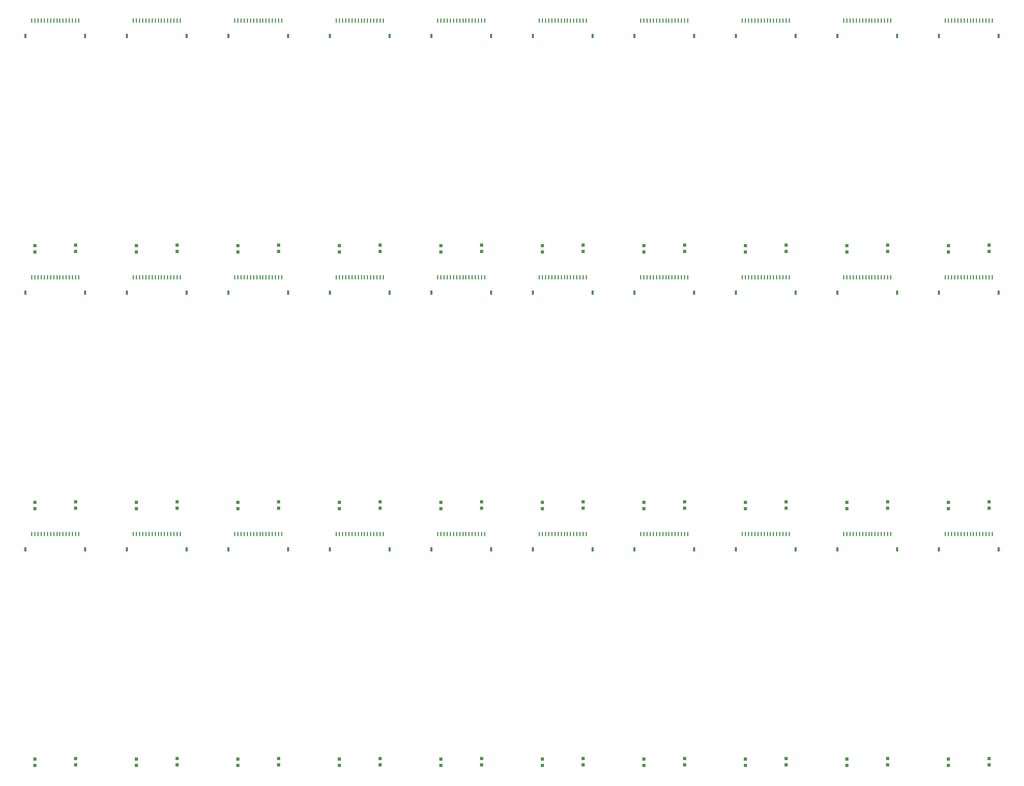
<source format=gbp>
G04 EAGLE Gerber RS-274X export*
G75*
%MOMM*%
%FSLAX34Y34*%
%LPD*%
%INSolderpaste Bottom*%
%IPPOS*%
%AMOC8*
5,1,8,0,0,1.08239X$1,22.5*%
G01*
%ADD10R,0.600000X0.600000*%
%ADD11R,0.400000X0.800000*%
%ADD12R,0.250000X0.650000*%


D10*
X20955Y28020D03*
X20955Y38020D03*
X85725Y28655D03*
X85725Y38655D03*
D11*
X100840Y373945D03*
D12*
X90840Y398945D03*
X85840Y398945D03*
D11*
X5840Y373945D03*
D12*
X80840Y398945D03*
X75840Y398945D03*
X70840Y398945D03*
X65840Y398945D03*
X60840Y398945D03*
X55840Y398945D03*
X50840Y398945D03*
X45840Y398945D03*
X40840Y398945D03*
X35840Y398945D03*
X30840Y398945D03*
X25840Y398945D03*
X20840Y398945D03*
X15840Y398945D03*
D10*
X183515Y28020D03*
X183515Y38020D03*
X248285Y28655D03*
X248285Y38655D03*
D11*
X263400Y373945D03*
D12*
X253400Y398945D03*
X248400Y398945D03*
D11*
X168400Y373945D03*
D12*
X243400Y398945D03*
X238400Y398945D03*
X233400Y398945D03*
X228400Y398945D03*
X223400Y398945D03*
X218400Y398945D03*
X213400Y398945D03*
X208400Y398945D03*
X203400Y398945D03*
X198400Y398945D03*
X193400Y398945D03*
X188400Y398945D03*
X183400Y398945D03*
X178400Y398945D03*
D10*
X346075Y28020D03*
X346075Y38020D03*
X410845Y28655D03*
X410845Y38655D03*
D11*
X425960Y373945D03*
D12*
X415960Y398945D03*
X410960Y398945D03*
D11*
X330960Y373945D03*
D12*
X405960Y398945D03*
X400960Y398945D03*
X395960Y398945D03*
X390960Y398945D03*
X385960Y398945D03*
X380960Y398945D03*
X375960Y398945D03*
X370960Y398945D03*
X365960Y398945D03*
X360960Y398945D03*
X355960Y398945D03*
X350960Y398945D03*
X345960Y398945D03*
X340960Y398945D03*
D10*
X508635Y28020D03*
X508635Y38020D03*
X573405Y28655D03*
X573405Y38655D03*
D11*
X588520Y373945D03*
D12*
X578520Y398945D03*
X573520Y398945D03*
D11*
X493520Y373945D03*
D12*
X568520Y398945D03*
X563520Y398945D03*
X558520Y398945D03*
X553520Y398945D03*
X548520Y398945D03*
X543520Y398945D03*
X538520Y398945D03*
X533520Y398945D03*
X528520Y398945D03*
X523520Y398945D03*
X518520Y398945D03*
X513520Y398945D03*
X508520Y398945D03*
X503520Y398945D03*
D10*
X671195Y28020D03*
X671195Y38020D03*
X735965Y28655D03*
X735965Y38655D03*
D11*
X751080Y373945D03*
D12*
X741080Y398945D03*
X736080Y398945D03*
D11*
X656080Y373945D03*
D12*
X731080Y398945D03*
X726080Y398945D03*
X721080Y398945D03*
X716080Y398945D03*
X711080Y398945D03*
X706080Y398945D03*
X701080Y398945D03*
X696080Y398945D03*
X691080Y398945D03*
X686080Y398945D03*
X681080Y398945D03*
X676080Y398945D03*
X671080Y398945D03*
X666080Y398945D03*
D10*
X833755Y28020D03*
X833755Y38020D03*
X898525Y28655D03*
X898525Y38655D03*
D11*
X913640Y373945D03*
D12*
X903640Y398945D03*
X898640Y398945D03*
D11*
X818640Y373945D03*
D12*
X893640Y398945D03*
X888640Y398945D03*
X883640Y398945D03*
X878640Y398945D03*
X873640Y398945D03*
X868640Y398945D03*
X863640Y398945D03*
X858640Y398945D03*
X853640Y398945D03*
X848640Y398945D03*
X843640Y398945D03*
X838640Y398945D03*
X833640Y398945D03*
X828640Y398945D03*
D10*
X996315Y28020D03*
X996315Y38020D03*
X1061085Y28655D03*
X1061085Y38655D03*
D11*
X1076200Y373945D03*
D12*
X1066200Y398945D03*
X1061200Y398945D03*
D11*
X981200Y373945D03*
D12*
X1056200Y398945D03*
X1051200Y398945D03*
X1046200Y398945D03*
X1041200Y398945D03*
X1036200Y398945D03*
X1031200Y398945D03*
X1026200Y398945D03*
X1021200Y398945D03*
X1016200Y398945D03*
X1011200Y398945D03*
X1006200Y398945D03*
X1001200Y398945D03*
X996200Y398945D03*
X991200Y398945D03*
D10*
X1158875Y28020D03*
X1158875Y38020D03*
X1223645Y28655D03*
X1223645Y38655D03*
D11*
X1238760Y373945D03*
D12*
X1228760Y398945D03*
X1223760Y398945D03*
D11*
X1143760Y373945D03*
D12*
X1218760Y398945D03*
X1213760Y398945D03*
X1208760Y398945D03*
X1203760Y398945D03*
X1198760Y398945D03*
X1193760Y398945D03*
X1188760Y398945D03*
X1183760Y398945D03*
X1178760Y398945D03*
X1173760Y398945D03*
X1168760Y398945D03*
X1163760Y398945D03*
X1158760Y398945D03*
X1153760Y398945D03*
D10*
X1321435Y28020D03*
X1321435Y38020D03*
X1386205Y28655D03*
X1386205Y38655D03*
D11*
X1401320Y373945D03*
D12*
X1391320Y398945D03*
X1386320Y398945D03*
D11*
X1306320Y373945D03*
D12*
X1381320Y398945D03*
X1376320Y398945D03*
X1371320Y398945D03*
X1366320Y398945D03*
X1361320Y398945D03*
X1356320Y398945D03*
X1351320Y398945D03*
X1346320Y398945D03*
X1341320Y398945D03*
X1336320Y398945D03*
X1331320Y398945D03*
X1326320Y398945D03*
X1321320Y398945D03*
X1316320Y398945D03*
D10*
X1483995Y28020D03*
X1483995Y38020D03*
X1548765Y28655D03*
X1548765Y38655D03*
D11*
X1563880Y373945D03*
D12*
X1553880Y398945D03*
X1548880Y398945D03*
D11*
X1468880Y373945D03*
D12*
X1543880Y398945D03*
X1538880Y398945D03*
X1533880Y398945D03*
X1528880Y398945D03*
X1523880Y398945D03*
X1518880Y398945D03*
X1513880Y398945D03*
X1508880Y398945D03*
X1503880Y398945D03*
X1498880Y398945D03*
X1493880Y398945D03*
X1488880Y398945D03*
X1483880Y398945D03*
X1478880Y398945D03*
D10*
X20955Y439500D03*
X20955Y449500D03*
X85725Y440135D03*
X85725Y450135D03*
D11*
X100840Y785425D03*
D12*
X90840Y810425D03*
X85840Y810425D03*
D11*
X5840Y785425D03*
D12*
X80840Y810425D03*
X75840Y810425D03*
X70840Y810425D03*
X65840Y810425D03*
X60840Y810425D03*
X55840Y810425D03*
X50840Y810425D03*
X45840Y810425D03*
X40840Y810425D03*
X35840Y810425D03*
X30840Y810425D03*
X25840Y810425D03*
X20840Y810425D03*
X15840Y810425D03*
D10*
X183515Y439500D03*
X183515Y449500D03*
X248285Y440135D03*
X248285Y450135D03*
D11*
X263400Y785425D03*
D12*
X253400Y810425D03*
X248400Y810425D03*
D11*
X168400Y785425D03*
D12*
X243400Y810425D03*
X238400Y810425D03*
X233400Y810425D03*
X228400Y810425D03*
X223400Y810425D03*
X218400Y810425D03*
X213400Y810425D03*
X208400Y810425D03*
X203400Y810425D03*
X198400Y810425D03*
X193400Y810425D03*
X188400Y810425D03*
X183400Y810425D03*
X178400Y810425D03*
D10*
X346075Y439500D03*
X346075Y449500D03*
X410845Y440135D03*
X410845Y450135D03*
D11*
X425960Y785425D03*
D12*
X415960Y810425D03*
X410960Y810425D03*
D11*
X330960Y785425D03*
D12*
X405960Y810425D03*
X400960Y810425D03*
X395960Y810425D03*
X390960Y810425D03*
X385960Y810425D03*
X380960Y810425D03*
X375960Y810425D03*
X370960Y810425D03*
X365960Y810425D03*
X360960Y810425D03*
X355960Y810425D03*
X350960Y810425D03*
X345960Y810425D03*
X340960Y810425D03*
D10*
X508635Y439500D03*
X508635Y449500D03*
X573405Y440135D03*
X573405Y450135D03*
D11*
X588520Y785425D03*
D12*
X578520Y810425D03*
X573520Y810425D03*
D11*
X493520Y785425D03*
D12*
X568520Y810425D03*
X563520Y810425D03*
X558520Y810425D03*
X553520Y810425D03*
X548520Y810425D03*
X543520Y810425D03*
X538520Y810425D03*
X533520Y810425D03*
X528520Y810425D03*
X523520Y810425D03*
X518520Y810425D03*
X513520Y810425D03*
X508520Y810425D03*
X503520Y810425D03*
D10*
X671195Y439500D03*
X671195Y449500D03*
X735965Y440135D03*
X735965Y450135D03*
D11*
X751080Y785425D03*
D12*
X741080Y810425D03*
X736080Y810425D03*
D11*
X656080Y785425D03*
D12*
X731080Y810425D03*
X726080Y810425D03*
X721080Y810425D03*
X716080Y810425D03*
X711080Y810425D03*
X706080Y810425D03*
X701080Y810425D03*
X696080Y810425D03*
X691080Y810425D03*
X686080Y810425D03*
X681080Y810425D03*
X676080Y810425D03*
X671080Y810425D03*
X666080Y810425D03*
D10*
X833755Y439500D03*
X833755Y449500D03*
X898525Y440135D03*
X898525Y450135D03*
D11*
X913640Y785425D03*
D12*
X903640Y810425D03*
X898640Y810425D03*
D11*
X818640Y785425D03*
D12*
X893640Y810425D03*
X888640Y810425D03*
X883640Y810425D03*
X878640Y810425D03*
X873640Y810425D03*
X868640Y810425D03*
X863640Y810425D03*
X858640Y810425D03*
X853640Y810425D03*
X848640Y810425D03*
X843640Y810425D03*
X838640Y810425D03*
X833640Y810425D03*
X828640Y810425D03*
D10*
X996315Y439500D03*
X996315Y449500D03*
X1061085Y440135D03*
X1061085Y450135D03*
D11*
X1076200Y785425D03*
D12*
X1066200Y810425D03*
X1061200Y810425D03*
D11*
X981200Y785425D03*
D12*
X1056200Y810425D03*
X1051200Y810425D03*
X1046200Y810425D03*
X1041200Y810425D03*
X1036200Y810425D03*
X1031200Y810425D03*
X1026200Y810425D03*
X1021200Y810425D03*
X1016200Y810425D03*
X1011200Y810425D03*
X1006200Y810425D03*
X1001200Y810425D03*
X996200Y810425D03*
X991200Y810425D03*
D10*
X1158875Y439500D03*
X1158875Y449500D03*
X1223645Y440135D03*
X1223645Y450135D03*
D11*
X1238760Y785425D03*
D12*
X1228760Y810425D03*
X1223760Y810425D03*
D11*
X1143760Y785425D03*
D12*
X1218760Y810425D03*
X1213760Y810425D03*
X1208760Y810425D03*
X1203760Y810425D03*
X1198760Y810425D03*
X1193760Y810425D03*
X1188760Y810425D03*
X1183760Y810425D03*
X1178760Y810425D03*
X1173760Y810425D03*
X1168760Y810425D03*
X1163760Y810425D03*
X1158760Y810425D03*
X1153760Y810425D03*
D10*
X1321435Y439500D03*
X1321435Y449500D03*
X1386205Y440135D03*
X1386205Y450135D03*
D11*
X1401320Y785425D03*
D12*
X1391320Y810425D03*
X1386320Y810425D03*
D11*
X1306320Y785425D03*
D12*
X1381320Y810425D03*
X1376320Y810425D03*
X1371320Y810425D03*
X1366320Y810425D03*
X1361320Y810425D03*
X1356320Y810425D03*
X1351320Y810425D03*
X1346320Y810425D03*
X1341320Y810425D03*
X1336320Y810425D03*
X1331320Y810425D03*
X1326320Y810425D03*
X1321320Y810425D03*
X1316320Y810425D03*
D10*
X1483995Y439500D03*
X1483995Y449500D03*
X1548765Y440135D03*
X1548765Y450135D03*
D11*
X1563880Y785425D03*
D12*
X1553880Y810425D03*
X1548880Y810425D03*
D11*
X1468880Y785425D03*
D12*
X1543880Y810425D03*
X1538880Y810425D03*
X1533880Y810425D03*
X1528880Y810425D03*
X1523880Y810425D03*
X1518880Y810425D03*
X1513880Y810425D03*
X1508880Y810425D03*
X1503880Y810425D03*
X1498880Y810425D03*
X1493880Y810425D03*
X1488880Y810425D03*
X1483880Y810425D03*
X1478880Y810425D03*
D10*
X20955Y850980D03*
X20955Y860980D03*
X85725Y851615D03*
X85725Y861615D03*
D11*
X100840Y1196905D03*
D12*
X90840Y1221905D03*
X85840Y1221905D03*
D11*
X5840Y1196905D03*
D12*
X80840Y1221905D03*
X75840Y1221905D03*
X70840Y1221905D03*
X65840Y1221905D03*
X60840Y1221905D03*
X55840Y1221905D03*
X50840Y1221905D03*
X45840Y1221905D03*
X40840Y1221905D03*
X35840Y1221905D03*
X30840Y1221905D03*
X25840Y1221905D03*
X20840Y1221905D03*
X15840Y1221905D03*
D10*
X183515Y850980D03*
X183515Y860980D03*
X248285Y851615D03*
X248285Y861615D03*
D11*
X263400Y1196905D03*
D12*
X253400Y1221905D03*
X248400Y1221905D03*
D11*
X168400Y1196905D03*
D12*
X243400Y1221905D03*
X238400Y1221905D03*
X233400Y1221905D03*
X228400Y1221905D03*
X223400Y1221905D03*
X218400Y1221905D03*
X213400Y1221905D03*
X208400Y1221905D03*
X203400Y1221905D03*
X198400Y1221905D03*
X193400Y1221905D03*
X188400Y1221905D03*
X183400Y1221905D03*
X178400Y1221905D03*
D10*
X346075Y850980D03*
X346075Y860980D03*
X410845Y851615D03*
X410845Y861615D03*
D11*
X425960Y1196905D03*
D12*
X415960Y1221905D03*
X410960Y1221905D03*
D11*
X330960Y1196905D03*
D12*
X405960Y1221905D03*
X400960Y1221905D03*
X395960Y1221905D03*
X390960Y1221905D03*
X385960Y1221905D03*
X380960Y1221905D03*
X375960Y1221905D03*
X370960Y1221905D03*
X365960Y1221905D03*
X360960Y1221905D03*
X355960Y1221905D03*
X350960Y1221905D03*
X345960Y1221905D03*
X340960Y1221905D03*
D10*
X508635Y850980D03*
X508635Y860980D03*
X573405Y851615D03*
X573405Y861615D03*
D11*
X588520Y1196905D03*
D12*
X578520Y1221905D03*
X573520Y1221905D03*
D11*
X493520Y1196905D03*
D12*
X568520Y1221905D03*
X563520Y1221905D03*
X558520Y1221905D03*
X553520Y1221905D03*
X548520Y1221905D03*
X543520Y1221905D03*
X538520Y1221905D03*
X533520Y1221905D03*
X528520Y1221905D03*
X523520Y1221905D03*
X518520Y1221905D03*
X513520Y1221905D03*
X508520Y1221905D03*
X503520Y1221905D03*
D10*
X671195Y850980D03*
X671195Y860980D03*
X735965Y851615D03*
X735965Y861615D03*
D11*
X751080Y1196905D03*
D12*
X741080Y1221905D03*
X736080Y1221905D03*
D11*
X656080Y1196905D03*
D12*
X731080Y1221905D03*
X726080Y1221905D03*
X721080Y1221905D03*
X716080Y1221905D03*
X711080Y1221905D03*
X706080Y1221905D03*
X701080Y1221905D03*
X696080Y1221905D03*
X691080Y1221905D03*
X686080Y1221905D03*
X681080Y1221905D03*
X676080Y1221905D03*
X671080Y1221905D03*
X666080Y1221905D03*
D10*
X833755Y850980D03*
X833755Y860980D03*
X898525Y851615D03*
X898525Y861615D03*
D11*
X913640Y1196905D03*
D12*
X903640Y1221905D03*
X898640Y1221905D03*
D11*
X818640Y1196905D03*
D12*
X893640Y1221905D03*
X888640Y1221905D03*
X883640Y1221905D03*
X878640Y1221905D03*
X873640Y1221905D03*
X868640Y1221905D03*
X863640Y1221905D03*
X858640Y1221905D03*
X853640Y1221905D03*
X848640Y1221905D03*
X843640Y1221905D03*
X838640Y1221905D03*
X833640Y1221905D03*
X828640Y1221905D03*
D10*
X996315Y850980D03*
X996315Y860980D03*
X1061085Y851615D03*
X1061085Y861615D03*
D11*
X1076200Y1196905D03*
D12*
X1066200Y1221905D03*
X1061200Y1221905D03*
D11*
X981200Y1196905D03*
D12*
X1056200Y1221905D03*
X1051200Y1221905D03*
X1046200Y1221905D03*
X1041200Y1221905D03*
X1036200Y1221905D03*
X1031200Y1221905D03*
X1026200Y1221905D03*
X1021200Y1221905D03*
X1016200Y1221905D03*
X1011200Y1221905D03*
X1006200Y1221905D03*
X1001200Y1221905D03*
X996200Y1221905D03*
X991200Y1221905D03*
D10*
X1158875Y850980D03*
X1158875Y860980D03*
X1223645Y851615D03*
X1223645Y861615D03*
D11*
X1238760Y1196905D03*
D12*
X1228760Y1221905D03*
X1223760Y1221905D03*
D11*
X1143760Y1196905D03*
D12*
X1218760Y1221905D03*
X1213760Y1221905D03*
X1208760Y1221905D03*
X1203760Y1221905D03*
X1198760Y1221905D03*
X1193760Y1221905D03*
X1188760Y1221905D03*
X1183760Y1221905D03*
X1178760Y1221905D03*
X1173760Y1221905D03*
X1168760Y1221905D03*
X1163760Y1221905D03*
X1158760Y1221905D03*
X1153760Y1221905D03*
D10*
X1321435Y850980D03*
X1321435Y860980D03*
X1386205Y851615D03*
X1386205Y861615D03*
D11*
X1401320Y1196905D03*
D12*
X1391320Y1221905D03*
X1386320Y1221905D03*
D11*
X1306320Y1196905D03*
D12*
X1381320Y1221905D03*
X1376320Y1221905D03*
X1371320Y1221905D03*
X1366320Y1221905D03*
X1361320Y1221905D03*
X1356320Y1221905D03*
X1351320Y1221905D03*
X1346320Y1221905D03*
X1341320Y1221905D03*
X1336320Y1221905D03*
X1331320Y1221905D03*
X1326320Y1221905D03*
X1321320Y1221905D03*
X1316320Y1221905D03*
D10*
X1483995Y850980D03*
X1483995Y860980D03*
X1548765Y851615D03*
X1548765Y861615D03*
D11*
X1563880Y1196905D03*
D12*
X1553880Y1221905D03*
X1548880Y1221905D03*
D11*
X1468880Y1196905D03*
D12*
X1543880Y1221905D03*
X1538880Y1221905D03*
X1533880Y1221905D03*
X1528880Y1221905D03*
X1523880Y1221905D03*
X1518880Y1221905D03*
X1513880Y1221905D03*
X1508880Y1221905D03*
X1503880Y1221905D03*
X1498880Y1221905D03*
X1493880Y1221905D03*
X1488880Y1221905D03*
X1483880Y1221905D03*
X1478880Y1221905D03*
M02*

</source>
